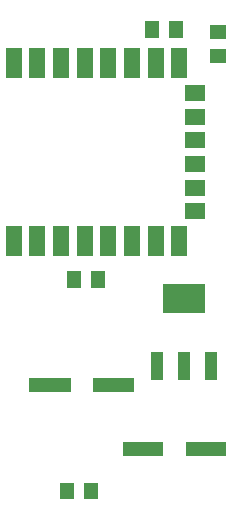
<source format=gtp>
G04 Layer: TopPasteMaskLayer*
G04 EasyEDA v6.4.25, 2023-10-22T17:26:54+05:00*
G04 a018637cff68459b90fd6ed0888e4960,10*
G04 Gerber Generator version 0.2*
G04 Scale: 100 percent, Rotated: No, Reflected: No *
G04 Dimensions in millimeters *
G04 leading zeros omitted , absolute positions ,4 integer and 5 decimal *
%FSLAX45Y45*%
%MOMM*%

%ADD11R,1.4500X1.1600*%
%ADD12R,1.1600X1.4500*%
%ADD13R,1.4000X2.5000*%
%ADD14R,1.7000X1.4000*%
%ADD15R,1.0500X2.4650*%
%ADD17R,3.5000X1.2000*%

%LPD*%
D11*
G01*
X3530600Y13423900D03*
G01*
X3530600Y13220700D03*
D12*
G01*
X2451100Y9537700D03*
G01*
X2247900Y9537700D03*
G36*
X2913799Y13521799D02*
G01*
X3029800Y13521799D01*
X3029800Y13376800D01*
X2913799Y13376800D01*
G37*
G36*
X3116999Y13521799D02*
G01*
X3233000Y13521799D01*
X3233000Y13376800D01*
X3116999Y13376800D01*
G37*
G36*
X2253399Y11400899D02*
G01*
X2369400Y11400899D01*
X2369400Y11255900D01*
X2253399Y11255900D01*
G37*
G36*
X2456599Y11400899D02*
G01*
X2572600Y11400899D01*
X2572600Y11255900D01*
X2456599Y11255900D01*
G37*
D13*
G01*
X1800339Y13162965D03*
G01*
X2000338Y13162940D03*
G01*
X2200338Y13162965D03*
G01*
X2400338Y13162889D03*
G01*
X2600337Y13162965D03*
G01*
X2800337Y13163042D03*
G01*
X3000336Y13162914D03*
G01*
X3200336Y13162762D03*
D14*
G01*
X3330435Y12907568D03*
G01*
X3330359Y12707569D03*
G01*
X3330359Y12507645D03*
G01*
X3330359Y12307570D03*
G01*
X3330308Y12107697D03*
G01*
X3330460Y11907901D03*
D13*
G01*
X3200336Y11652834D03*
G01*
X3000336Y11652758D03*
G01*
X2800337Y11652758D03*
G01*
X2600337Y11652758D03*
G01*
X2400338Y11652758D03*
G01*
X2200338Y11652758D03*
G01*
X2000338Y11652758D03*
G01*
X1800339Y11652758D03*
D15*
G01*
X3008502Y10598150D03*
G01*
X3238500Y10598150D03*
G01*
X3468497Y10598150D03*
G36*
X3415499Y11046399D02*
G01*
X3061500Y11046399D01*
X3061500Y11292900D01*
X3415499Y11292900D01*
G37*
D17*
G01*
X2895312Y9893312D03*
G01*
X3429297Y9893312D03*
G36*
X2466896Y10499399D02*
G01*
X2816898Y10499399D01*
X2816898Y10379400D01*
X2466896Y10379400D01*
G37*
G36*
X1932901Y10499399D02*
G01*
X2282903Y10499399D01*
X2282903Y10379400D01*
X1932901Y10379400D01*
G37*
M02*

</source>
